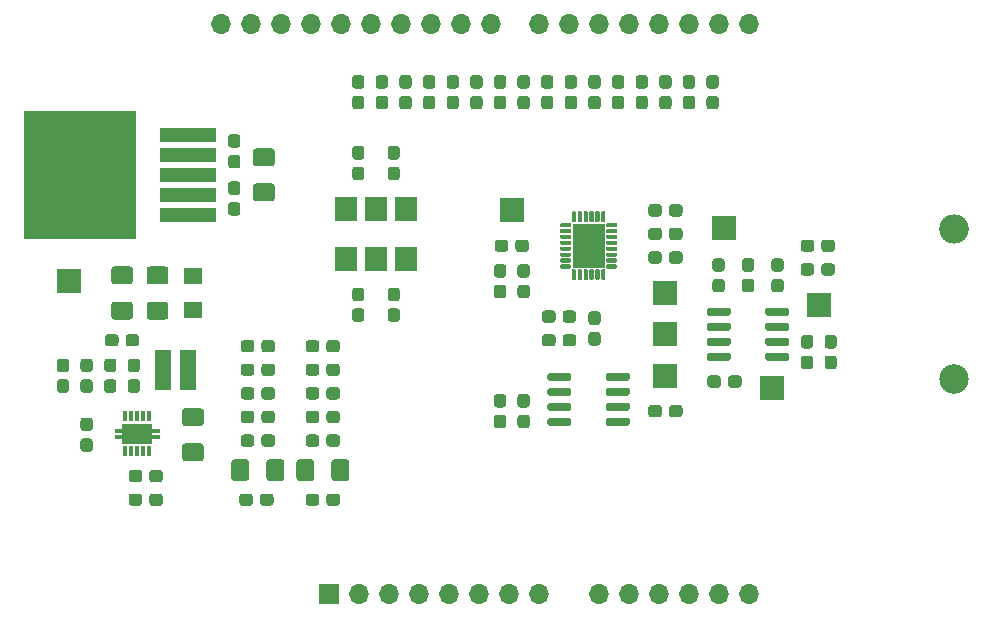
<source format=gbr>
%TF.GenerationSoftware,KiCad,Pcbnew,(5.1.6)-1*%
%TF.CreationDate,2020-06-24T23:25:01+02:00*%
%TF.ProjectId,phtodiode_adc,7068746f-6469-46f6-9465-5f6164632e6b,rev?*%
%TF.SameCoordinates,Original*%
%TF.FileFunction,Soldermask,Top*%
%TF.FilePolarity,Negative*%
%FSLAX46Y46*%
G04 Gerber Fmt 4.6, Leading zero omitted, Abs format (unit mm)*
G04 Created by KiCad (PCBNEW (5.1.6)-1) date 2020-06-24 23:25:01*
%MOMM*%
%LPD*%
G01*
G04 APERTURE LIST*
%ADD10O,2.500000X2.500000*%
%ADD11C,2.500000*%
%ADD12O,1.700000X1.700000*%
%ADD13R,1.700000X1.700000*%
%ADD14R,1.500000X1.400000*%
%ADD15R,1.450000X3.500000*%
%ADD16R,2.100000X2.100000*%
%ADD17R,0.380000X0.950000*%
%ADD18R,2.500000X1.750000*%
%ADD19R,0.800000X0.380000*%
%ADD20R,4.700000X1.200000*%
%ADD21R,9.500000X10.900000*%
%ADD22R,2.750000X3.750000*%
%ADD23R,1.900000X2.100000*%
G04 APERTURE END LIST*
D10*
%TO.C,D2*%
X193900000Y-90600000D03*
D11*
X193900000Y-103300000D03*
%TD*%
D12*
%TO.C,A1*%
X131860000Y-73240000D03*
X134400000Y-73240000D03*
D13*
X141000000Y-121500000D03*
D12*
X171480000Y-73240000D03*
X143540000Y-121500000D03*
X168940000Y-73240000D03*
X146080000Y-121500000D03*
X166400000Y-73240000D03*
X148620000Y-121500000D03*
X163860000Y-73240000D03*
X151160000Y-121500000D03*
X161320000Y-73240000D03*
X153700000Y-121500000D03*
X158780000Y-73240000D03*
X156240000Y-121500000D03*
X154720000Y-73240000D03*
X158780000Y-121500000D03*
X152180000Y-73240000D03*
X163860000Y-121500000D03*
X149640000Y-73240000D03*
X166400000Y-121500000D03*
X147100000Y-73240000D03*
X168940000Y-121500000D03*
X144560000Y-73240000D03*
X171480000Y-121500000D03*
X142020000Y-73240000D03*
X174020000Y-121500000D03*
X139480000Y-73240000D03*
X176560000Y-121500000D03*
X136940000Y-73240000D03*
X176560000Y-73240000D03*
X174020000Y-73240000D03*
%TD*%
%TO.C,C3*%
G36*
G01*
X135712500Y-111657456D02*
X135712500Y-110342544D01*
G75*
G02*
X135980044Y-110075000I267544J0D01*
G01*
X136969956Y-110075000D01*
G75*
G02*
X137237500Y-110342544I0J-267544D01*
G01*
X137237500Y-111657456D01*
G75*
G02*
X136969956Y-111925000I-267544J0D01*
G01*
X135980044Y-111925000D01*
G75*
G02*
X135712500Y-111657456I0J267544D01*
G01*
G37*
G36*
G01*
X132737500Y-111657456D02*
X132737500Y-110342544D01*
G75*
G02*
X133005044Y-110075000I267544J0D01*
G01*
X133994956Y-110075000D01*
G75*
G02*
X134262500Y-110342544I0J-267544D01*
G01*
X134262500Y-111657456D01*
G75*
G02*
X133994956Y-111925000I-267544J0D01*
G01*
X133005044Y-111925000D01*
G75*
G02*
X132737500Y-111657456I0J267544D01*
G01*
G37*
%TD*%
%TO.C,C1*%
G36*
G01*
X118762500Y-102700000D02*
X118237500Y-102700000D01*
G75*
G02*
X117975000Y-102437500I0J262500D01*
G01*
X117975000Y-101812500D01*
G75*
G02*
X118237500Y-101550000I262500J0D01*
G01*
X118762500Y-101550000D01*
G75*
G02*
X119025000Y-101812500I0J-262500D01*
G01*
X119025000Y-102437500D01*
G75*
G02*
X118762500Y-102700000I-262500J0D01*
G01*
G37*
G36*
G01*
X118762500Y-104450000D02*
X118237500Y-104450000D01*
G75*
G02*
X117975000Y-104187500I0J262500D01*
G01*
X117975000Y-103562500D01*
G75*
G02*
X118237500Y-103300000I262500J0D01*
G01*
X118762500Y-103300000D01*
G75*
G02*
X119025000Y-103562500I0J-262500D01*
G01*
X119025000Y-104187500D01*
G75*
G02*
X118762500Y-104450000I-262500J0D01*
G01*
G37*
%TD*%
%TO.C,C2*%
G36*
G01*
X122762500Y-104450000D02*
X122237500Y-104450000D01*
G75*
G02*
X121975000Y-104187500I0J262500D01*
G01*
X121975000Y-103562500D01*
G75*
G02*
X122237500Y-103300000I262500J0D01*
G01*
X122762500Y-103300000D01*
G75*
G02*
X123025000Y-103562500I0J-262500D01*
G01*
X123025000Y-104187500D01*
G75*
G02*
X122762500Y-104450000I-262500J0D01*
G01*
G37*
G36*
G01*
X122762500Y-102700000D02*
X122237500Y-102700000D01*
G75*
G02*
X121975000Y-102437500I0J262500D01*
G01*
X121975000Y-101812500D01*
G75*
G02*
X122237500Y-101550000I262500J0D01*
G01*
X122762500Y-101550000D01*
G75*
G02*
X123025000Y-101812500I0J-262500D01*
G01*
X123025000Y-102437500D01*
G75*
G02*
X122762500Y-102700000I-262500J0D01*
G01*
G37*
%TD*%
%TO.C,C4*%
G36*
G01*
X133550000Y-108762500D02*
X133550000Y-108237500D01*
G75*
G02*
X133812500Y-107975000I262500J0D01*
G01*
X134437500Y-107975000D01*
G75*
G02*
X134700000Y-108237500I0J-262500D01*
G01*
X134700000Y-108762500D01*
G75*
G02*
X134437500Y-109025000I-262500J0D01*
G01*
X133812500Y-109025000D01*
G75*
G02*
X133550000Y-108762500I0J262500D01*
G01*
G37*
G36*
G01*
X135300000Y-108762500D02*
X135300000Y-108237500D01*
G75*
G02*
X135562500Y-107975000I262500J0D01*
G01*
X136187500Y-107975000D01*
G75*
G02*
X136450000Y-108237500I0J-262500D01*
G01*
X136450000Y-108762500D01*
G75*
G02*
X136187500Y-109025000I-262500J0D01*
G01*
X135562500Y-109025000D01*
G75*
G02*
X135300000Y-108762500I0J262500D01*
G01*
G37*
%TD*%
%TO.C,C5*%
G36*
G01*
X135300000Y-106762500D02*
X135300000Y-106237500D01*
G75*
G02*
X135562500Y-105975000I262500J0D01*
G01*
X136187500Y-105975000D01*
G75*
G02*
X136450000Y-106237500I0J-262500D01*
G01*
X136450000Y-106762500D01*
G75*
G02*
X136187500Y-107025000I-262500J0D01*
G01*
X135562500Y-107025000D01*
G75*
G02*
X135300000Y-106762500I0J262500D01*
G01*
G37*
G36*
G01*
X133550000Y-106762500D02*
X133550000Y-106237500D01*
G75*
G02*
X133812500Y-105975000I262500J0D01*
G01*
X134437500Y-105975000D01*
G75*
G02*
X134700000Y-106237500I0J-262500D01*
G01*
X134700000Y-106762500D01*
G75*
G02*
X134437500Y-107025000I-262500J0D01*
G01*
X133812500Y-107025000D01*
G75*
G02*
X133550000Y-106762500I0J262500D01*
G01*
G37*
%TD*%
%TO.C,C6*%
G36*
G01*
X136450000Y-102237500D02*
X136450000Y-102762500D01*
G75*
G02*
X136187500Y-103025000I-262500J0D01*
G01*
X135562500Y-103025000D01*
G75*
G02*
X135300000Y-102762500I0J262500D01*
G01*
X135300000Y-102237500D01*
G75*
G02*
X135562500Y-101975000I262500J0D01*
G01*
X136187500Y-101975000D01*
G75*
G02*
X136450000Y-102237500I0J-262500D01*
G01*
G37*
G36*
G01*
X134700000Y-102237500D02*
X134700000Y-102762500D01*
G75*
G02*
X134437500Y-103025000I-262500J0D01*
G01*
X133812500Y-103025000D01*
G75*
G02*
X133550000Y-102762500I0J262500D01*
G01*
X133550000Y-102237500D01*
G75*
G02*
X133812500Y-101975000I262500J0D01*
G01*
X134437500Y-101975000D01*
G75*
G02*
X134700000Y-102237500I0J-262500D01*
G01*
G37*
%TD*%
%TO.C,C7*%
G36*
G01*
X134700000Y-100237500D02*
X134700000Y-100762500D01*
G75*
G02*
X134437500Y-101025000I-262500J0D01*
G01*
X133812500Y-101025000D01*
G75*
G02*
X133550000Y-100762500I0J262500D01*
G01*
X133550000Y-100237500D01*
G75*
G02*
X133812500Y-99975000I262500J0D01*
G01*
X134437500Y-99975000D01*
G75*
G02*
X134700000Y-100237500I0J-262500D01*
G01*
G37*
G36*
G01*
X136450000Y-100237500D02*
X136450000Y-100762500D01*
G75*
G02*
X136187500Y-101025000I-262500J0D01*
G01*
X135562500Y-101025000D01*
G75*
G02*
X135300000Y-100762500I0J262500D01*
G01*
X135300000Y-100237500D01*
G75*
G02*
X135562500Y-99975000I262500J0D01*
G01*
X136187500Y-99975000D01*
G75*
G02*
X136450000Y-100237500I0J-262500D01*
G01*
G37*
%TD*%
%TO.C,C8*%
G36*
G01*
X128842544Y-108725000D02*
X130157456Y-108725000D01*
G75*
G02*
X130425000Y-108992544I0J-267544D01*
G01*
X130425000Y-109982456D01*
G75*
G02*
X130157456Y-110250000I-267544J0D01*
G01*
X128842544Y-110250000D01*
G75*
G02*
X128575000Y-109982456I0J267544D01*
G01*
X128575000Y-108992544D01*
G75*
G02*
X128842544Y-108725000I267544J0D01*
G01*
G37*
G36*
G01*
X128842544Y-105750000D02*
X130157456Y-105750000D01*
G75*
G02*
X130425000Y-106017544I0J-267544D01*
G01*
X130425000Y-107007456D01*
G75*
G02*
X130157456Y-107275000I-267544J0D01*
G01*
X128842544Y-107275000D01*
G75*
G02*
X128575000Y-107007456I0J267544D01*
G01*
X128575000Y-106017544D01*
G75*
G02*
X128842544Y-105750000I267544J0D01*
G01*
G37*
%TD*%
%TO.C,C9*%
G36*
G01*
X126950000Y-113237500D02*
X126950000Y-113762500D01*
G75*
G02*
X126687500Y-114025000I-262500J0D01*
G01*
X126062500Y-114025000D01*
G75*
G02*
X125800000Y-113762500I0J262500D01*
G01*
X125800000Y-113237500D01*
G75*
G02*
X126062500Y-112975000I262500J0D01*
G01*
X126687500Y-112975000D01*
G75*
G02*
X126950000Y-113237500I0J-262500D01*
G01*
G37*
G36*
G01*
X125200000Y-113237500D02*
X125200000Y-113762500D01*
G75*
G02*
X124937500Y-114025000I-262500J0D01*
G01*
X124312500Y-114025000D01*
G75*
G02*
X124050000Y-113762500I0J262500D01*
G01*
X124050000Y-113237500D01*
G75*
G02*
X124312500Y-112975000I262500J0D01*
G01*
X124937500Y-112975000D01*
G75*
G02*
X125200000Y-113237500I0J-262500D01*
G01*
G37*
%TD*%
%TO.C,C10*%
G36*
G01*
X120237500Y-106550000D02*
X120762500Y-106550000D01*
G75*
G02*
X121025000Y-106812500I0J-262500D01*
G01*
X121025000Y-107437500D01*
G75*
G02*
X120762500Y-107700000I-262500J0D01*
G01*
X120237500Y-107700000D01*
G75*
G02*
X119975000Y-107437500I0J262500D01*
G01*
X119975000Y-106812500D01*
G75*
G02*
X120237500Y-106550000I262500J0D01*
G01*
G37*
G36*
G01*
X120237500Y-108300000D02*
X120762500Y-108300000D01*
G75*
G02*
X121025000Y-108562500I0J-262500D01*
G01*
X121025000Y-109187500D01*
G75*
G02*
X120762500Y-109450000I-262500J0D01*
G01*
X120237500Y-109450000D01*
G75*
G02*
X119975000Y-109187500I0J262500D01*
G01*
X119975000Y-108562500D01*
G75*
G02*
X120237500Y-108300000I262500J0D01*
G01*
G37*
%TD*%
%TO.C,C11*%
G36*
G01*
X127157456Y-98250000D02*
X125842544Y-98250000D01*
G75*
G02*
X125575000Y-97982456I0J267544D01*
G01*
X125575000Y-96992544D01*
G75*
G02*
X125842544Y-96725000I267544J0D01*
G01*
X127157456Y-96725000D01*
G75*
G02*
X127425000Y-96992544I0J-267544D01*
G01*
X127425000Y-97982456D01*
G75*
G02*
X127157456Y-98250000I-267544J0D01*
G01*
G37*
G36*
G01*
X127157456Y-95275000D02*
X125842544Y-95275000D01*
G75*
G02*
X125575000Y-95007456I0J267544D01*
G01*
X125575000Y-94017544D01*
G75*
G02*
X125842544Y-93750000I267544J0D01*
G01*
X127157456Y-93750000D01*
G75*
G02*
X127425000Y-94017544I0J-267544D01*
G01*
X127425000Y-95007456D01*
G75*
G02*
X127157456Y-95275000I-267544J0D01*
G01*
G37*
%TD*%
%TO.C,C12*%
G36*
G01*
X124157456Y-98250000D02*
X122842544Y-98250000D01*
G75*
G02*
X122575000Y-97982456I0J267544D01*
G01*
X122575000Y-96992544D01*
G75*
G02*
X122842544Y-96725000I267544J0D01*
G01*
X124157456Y-96725000D01*
G75*
G02*
X124425000Y-96992544I0J-267544D01*
G01*
X124425000Y-97982456D01*
G75*
G02*
X124157456Y-98250000I-267544J0D01*
G01*
G37*
G36*
G01*
X124157456Y-95275000D02*
X122842544Y-95275000D01*
G75*
G02*
X122575000Y-95007456I0J267544D01*
G01*
X122575000Y-94017544D01*
G75*
G02*
X122842544Y-93750000I267544J0D01*
G01*
X124157456Y-93750000D01*
G75*
G02*
X124425000Y-94017544I0J-267544D01*
G01*
X124425000Y-95007456D01*
G75*
G02*
X124157456Y-95275000I-267544J0D01*
G01*
G37*
%TD*%
%TO.C,C13*%
G36*
G01*
X136157456Y-88250000D02*
X134842544Y-88250000D01*
G75*
G02*
X134575000Y-87982456I0J267544D01*
G01*
X134575000Y-86992544D01*
G75*
G02*
X134842544Y-86725000I267544J0D01*
G01*
X136157456Y-86725000D01*
G75*
G02*
X136425000Y-86992544I0J-267544D01*
G01*
X136425000Y-87982456D01*
G75*
G02*
X136157456Y-88250000I-267544J0D01*
G01*
G37*
G36*
G01*
X136157456Y-85275000D02*
X134842544Y-85275000D01*
G75*
G02*
X134575000Y-85007456I0J267544D01*
G01*
X134575000Y-84017544D01*
G75*
G02*
X134842544Y-83750000I267544J0D01*
G01*
X136157456Y-83750000D01*
G75*
G02*
X136425000Y-84017544I0J-267544D01*
G01*
X136425000Y-85007456D01*
G75*
G02*
X136157456Y-85275000I-267544J0D01*
G01*
G37*
%TD*%
%TO.C,C14*%
G36*
G01*
X141225000Y-111657456D02*
X141225000Y-110342544D01*
G75*
G02*
X141492544Y-110075000I267544J0D01*
G01*
X142482456Y-110075000D01*
G75*
G02*
X142750000Y-110342544I0J-267544D01*
G01*
X142750000Y-111657456D01*
G75*
G02*
X142482456Y-111925000I-267544J0D01*
G01*
X141492544Y-111925000D01*
G75*
G02*
X141225000Y-111657456I0J267544D01*
G01*
G37*
G36*
G01*
X138250000Y-111657456D02*
X138250000Y-110342544D01*
G75*
G02*
X138517544Y-110075000I267544J0D01*
G01*
X139507456Y-110075000D01*
G75*
G02*
X139775000Y-110342544I0J-267544D01*
G01*
X139775000Y-111657456D01*
G75*
G02*
X139507456Y-111925000I-267544J0D01*
G01*
X138517544Y-111925000D01*
G75*
G02*
X138250000Y-111657456I0J267544D01*
G01*
G37*
%TD*%
%TO.C,C15*%
G36*
G01*
X140800000Y-108762500D02*
X140800000Y-108237500D01*
G75*
G02*
X141062500Y-107975000I262500J0D01*
G01*
X141687500Y-107975000D01*
G75*
G02*
X141950000Y-108237500I0J-262500D01*
G01*
X141950000Y-108762500D01*
G75*
G02*
X141687500Y-109025000I-262500J0D01*
G01*
X141062500Y-109025000D01*
G75*
G02*
X140800000Y-108762500I0J262500D01*
G01*
G37*
G36*
G01*
X139050000Y-108762500D02*
X139050000Y-108237500D01*
G75*
G02*
X139312500Y-107975000I262500J0D01*
G01*
X139937500Y-107975000D01*
G75*
G02*
X140200000Y-108237500I0J-262500D01*
G01*
X140200000Y-108762500D01*
G75*
G02*
X139937500Y-109025000I-262500J0D01*
G01*
X139312500Y-109025000D01*
G75*
G02*
X139050000Y-108762500I0J262500D01*
G01*
G37*
%TD*%
%TO.C,C16*%
G36*
G01*
X139050000Y-106762500D02*
X139050000Y-106237500D01*
G75*
G02*
X139312500Y-105975000I262500J0D01*
G01*
X139937500Y-105975000D01*
G75*
G02*
X140200000Y-106237500I0J-262500D01*
G01*
X140200000Y-106762500D01*
G75*
G02*
X139937500Y-107025000I-262500J0D01*
G01*
X139312500Y-107025000D01*
G75*
G02*
X139050000Y-106762500I0J262500D01*
G01*
G37*
G36*
G01*
X140800000Y-106762500D02*
X140800000Y-106237500D01*
G75*
G02*
X141062500Y-105975000I262500J0D01*
G01*
X141687500Y-105975000D01*
G75*
G02*
X141950000Y-106237500I0J-262500D01*
G01*
X141950000Y-106762500D01*
G75*
G02*
X141687500Y-107025000I-262500J0D01*
G01*
X141062500Y-107025000D01*
G75*
G02*
X140800000Y-106762500I0J262500D01*
G01*
G37*
%TD*%
%TO.C,C17*%
G36*
G01*
X141950000Y-102237500D02*
X141950000Y-102762500D01*
G75*
G02*
X141687500Y-103025000I-262500J0D01*
G01*
X141062500Y-103025000D01*
G75*
G02*
X140800000Y-102762500I0J262500D01*
G01*
X140800000Y-102237500D01*
G75*
G02*
X141062500Y-101975000I262500J0D01*
G01*
X141687500Y-101975000D01*
G75*
G02*
X141950000Y-102237500I0J-262500D01*
G01*
G37*
G36*
G01*
X140200000Y-102237500D02*
X140200000Y-102762500D01*
G75*
G02*
X139937500Y-103025000I-262500J0D01*
G01*
X139312500Y-103025000D01*
G75*
G02*
X139050000Y-102762500I0J262500D01*
G01*
X139050000Y-102237500D01*
G75*
G02*
X139312500Y-101975000I262500J0D01*
G01*
X139937500Y-101975000D01*
G75*
G02*
X140200000Y-102237500I0J-262500D01*
G01*
G37*
%TD*%
%TO.C,C18*%
G36*
G01*
X140200000Y-100237500D02*
X140200000Y-100762500D01*
G75*
G02*
X139937500Y-101025000I-262500J0D01*
G01*
X139312500Y-101025000D01*
G75*
G02*
X139050000Y-100762500I0J262500D01*
G01*
X139050000Y-100237500D01*
G75*
G02*
X139312500Y-99975000I262500J0D01*
G01*
X139937500Y-99975000D01*
G75*
G02*
X140200000Y-100237500I0J-262500D01*
G01*
G37*
G36*
G01*
X141950000Y-100237500D02*
X141950000Y-100762500D01*
G75*
G02*
X141687500Y-101025000I-262500J0D01*
G01*
X141062500Y-101025000D01*
G75*
G02*
X140800000Y-100762500I0J262500D01*
G01*
X140800000Y-100237500D01*
G75*
G02*
X141062500Y-99975000I262500J0D01*
G01*
X141687500Y-99975000D01*
G75*
G02*
X141950000Y-100237500I0J-262500D01*
G01*
G37*
%TD*%
%TO.C,C19*%
G36*
G01*
X173237500Y-79300000D02*
X173762500Y-79300000D01*
G75*
G02*
X174025000Y-79562500I0J-262500D01*
G01*
X174025000Y-80187500D01*
G75*
G02*
X173762500Y-80450000I-262500J0D01*
G01*
X173237500Y-80450000D01*
G75*
G02*
X172975000Y-80187500I0J262500D01*
G01*
X172975000Y-79562500D01*
G75*
G02*
X173237500Y-79300000I262500J0D01*
G01*
G37*
G36*
G01*
X173237500Y-77550000D02*
X173762500Y-77550000D01*
G75*
G02*
X174025000Y-77812500I0J-262500D01*
G01*
X174025000Y-78437500D01*
G75*
G02*
X173762500Y-78700000I-262500J0D01*
G01*
X173237500Y-78700000D01*
G75*
G02*
X172975000Y-78437500I0J262500D01*
G01*
X172975000Y-77812500D01*
G75*
G02*
X173237500Y-77550000I262500J0D01*
G01*
G37*
%TD*%
%TO.C,C20*%
G36*
G01*
X181762500Y-102450000D02*
X181237500Y-102450000D01*
G75*
G02*
X180975000Y-102187500I0J262500D01*
G01*
X180975000Y-101562500D01*
G75*
G02*
X181237500Y-101300000I262500J0D01*
G01*
X181762500Y-101300000D01*
G75*
G02*
X182025000Y-101562500I0J-262500D01*
G01*
X182025000Y-102187500D01*
G75*
G02*
X181762500Y-102450000I-262500J0D01*
G01*
G37*
G36*
G01*
X181762500Y-100700000D02*
X181237500Y-100700000D01*
G75*
G02*
X180975000Y-100437500I0J262500D01*
G01*
X180975000Y-99812500D01*
G75*
G02*
X181237500Y-99550000I262500J0D01*
G01*
X181762500Y-99550000D01*
G75*
G02*
X182025000Y-99812500I0J-262500D01*
G01*
X182025000Y-100437500D01*
G75*
G02*
X181762500Y-100700000I-262500J0D01*
G01*
G37*
%TD*%
%TO.C,C21*%
G36*
G01*
X163237500Y-99300000D02*
X163762500Y-99300000D01*
G75*
G02*
X164025000Y-99562500I0J-262500D01*
G01*
X164025000Y-100187500D01*
G75*
G02*
X163762500Y-100450000I-262500J0D01*
G01*
X163237500Y-100450000D01*
G75*
G02*
X162975000Y-100187500I0J262500D01*
G01*
X162975000Y-99562500D01*
G75*
G02*
X163237500Y-99300000I262500J0D01*
G01*
G37*
G36*
G01*
X163237500Y-97550000D02*
X163762500Y-97550000D01*
G75*
G02*
X164025000Y-97812500I0J-262500D01*
G01*
X164025000Y-98437500D01*
G75*
G02*
X163762500Y-98700000I-262500J0D01*
G01*
X163237500Y-98700000D01*
G75*
G02*
X162975000Y-98437500I0J262500D01*
G01*
X162975000Y-97812500D01*
G75*
G02*
X163237500Y-97550000I262500J0D01*
G01*
G37*
%TD*%
%TO.C,C22*%
G36*
G01*
X160200000Y-99737500D02*
X160200000Y-100262500D01*
G75*
G02*
X159937500Y-100525000I-262500J0D01*
G01*
X159312500Y-100525000D01*
G75*
G02*
X159050000Y-100262500I0J262500D01*
G01*
X159050000Y-99737500D01*
G75*
G02*
X159312500Y-99475000I262500J0D01*
G01*
X159937500Y-99475000D01*
G75*
G02*
X160200000Y-99737500I0J-262500D01*
G01*
G37*
G36*
G01*
X161950000Y-99737500D02*
X161950000Y-100262500D01*
G75*
G02*
X161687500Y-100525000I-262500J0D01*
G01*
X161062500Y-100525000D01*
G75*
G02*
X160800000Y-100262500I0J262500D01*
G01*
X160800000Y-99737500D01*
G75*
G02*
X161062500Y-99475000I262500J0D01*
G01*
X161687500Y-99475000D01*
G75*
G02*
X161950000Y-99737500I0J-262500D01*
G01*
G37*
%TD*%
%TO.C,C23*%
G36*
G01*
X161950000Y-97737500D02*
X161950000Y-98262500D01*
G75*
G02*
X161687500Y-98525000I-262500J0D01*
G01*
X161062500Y-98525000D01*
G75*
G02*
X160800000Y-98262500I0J262500D01*
G01*
X160800000Y-97737500D01*
G75*
G02*
X161062500Y-97475000I262500J0D01*
G01*
X161687500Y-97475000D01*
G75*
G02*
X161950000Y-97737500I0J-262500D01*
G01*
G37*
G36*
G01*
X160200000Y-97737500D02*
X160200000Y-98262500D01*
G75*
G02*
X159937500Y-98525000I-262500J0D01*
G01*
X159312500Y-98525000D01*
G75*
G02*
X159050000Y-98262500I0J262500D01*
G01*
X159050000Y-97737500D01*
G75*
G02*
X159312500Y-97475000I262500J0D01*
G01*
X159937500Y-97475000D01*
G75*
G02*
X160200000Y-97737500I0J-262500D01*
G01*
G37*
%TD*%
%TO.C,C24*%
G36*
G01*
X155237500Y-95300000D02*
X155762500Y-95300000D01*
G75*
G02*
X156025000Y-95562500I0J-262500D01*
G01*
X156025000Y-96187500D01*
G75*
G02*
X155762500Y-96450000I-262500J0D01*
G01*
X155237500Y-96450000D01*
G75*
G02*
X154975000Y-96187500I0J262500D01*
G01*
X154975000Y-95562500D01*
G75*
G02*
X155237500Y-95300000I262500J0D01*
G01*
G37*
G36*
G01*
X155237500Y-93550000D02*
X155762500Y-93550000D01*
G75*
G02*
X156025000Y-93812500I0J-262500D01*
G01*
X156025000Y-94437500D01*
G75*
G02*
X155762500Y-94700000I-262500J0D01*
G01*
X155237500Y-94700000D01*
G75*
G02*
X154975000Y-94437500I0J262500D01*
G01*
X154975000Y-93812500D01*
G75*
G02*
X155237500Y-93550000I262500J0D01*
G01*
G37*
%TD*%
%TO.C,C25*%
G36*
G01*
X157237500Y-93550000D02*
X157762500Y-93550000D01*
G75*
G02*
X158025000Y-93812500I0J-262500D01*
G01*
X158025000Y-94437500D01*
G75*
G02*
X157762500Y-94700000I-262500J0D01*
G01*
X157237500Y-94700000D01*
G75*
G02*
X156975000Y-94437500I0J262500D01*
G01*
X156975000Y-93812500D01*
G75*
G02*
X157237500Y-93550000I262500J0D01*
G01*
G37*
G36*
G01*
X157237500Y-95300000D02*
X157762500Y-95300000D01*
G75*
G02*
X158025000Y-95562500I0J-262500D01*
G01*
X158025000Y-96187500D01*
G75*
G02*
X157762500Y-96450000I-262500J0D01*
G01*
X157237500Y-96450000D01*
G75*
G02*
X156975000Y-96187500I0J262500D01*
G01*
X156975000Y-95562500D01*
G75*
G02*
X157237500Y-95300000I262500J0D01*
G01*
G37*
%TD*%
%TO.C,C26*%
G36*
G01*
X156200000Y-91737500D02*
X156200000Y-92262500D01*
G75*
G02*
X155937500Y-92525000I-262500J0D01*
G01*
X155312500Y-92525000D01*
G75*
G02*
X155050000Y-92262500I0J262500D01*
G01*
X155050000Y-91737500D01*
G75*
G02*
X155312500Y-91475000I262500J0D01*
G01*
X155937500Y-91475000D01*
G75*
G02*
X156200000Y-91737500I0J-262500D01*
G01*
G37*
G36*
G01*
X157950000Y-91737500D02*
X157950000Y-92262500D01*
G75*
G02*
X157687500Y-92525000I-262500J0D01*
G01*
X157062500Y-92525000D01*
G75*
G02*
X156800000Y-92262500I0J262500D01*
G01*
X156800000Y-91737500D01*
G75*
G02*
X157062500Y-91475000I262500J0D01*
G01*
X157687500Y-91475000D01*
G75*
G02*
X157950000Y-91737500I0J-262500D01*
G01*
G37*
%TD*%
%TO.C,C27*%
G36*
G01*
X169800000Y-89262500D02*
X169800000Y-88737500D01*
G75*
G02*
X170062500Y-88475000I262500J0D01*
G01*
X170687500Y-88475000D01*
G75*
G02*
X170950000Y-88737500I0J-262500D01*
G01*
X170950000Y-89262500D01*
G75*
G02*
X170687500Y-89525000I-262500J0D01*
G01*
X170062500Y-89525000D01*
G75*
G02*
X169800000Y-89262500I0J262500D01*
G01*
G37*
G36*
G01*
X168050000Y-89262500D02*
X168050000Y-88737500D01*
G75*
G02*
X168312500Y-88475000I262500J0D01*
G01*
X168937500Y-88475000D01*
G75*
G02*
X169200000Y-88737500I0J-262500D01*
G01*
X169200000Y-89262500D01*
G75*
G02*
X168937500Y-89525000I-262500J0D01*
G01*
X168312500Y-89525000D01*
G75*
G02*
X168050000Y-89262500I0J262500D01*
G01*
G37*
%TD*%
%TO.C,C28*%
G36*
G01*
X168050000Y-91262500D02*
X168050000Y-90737500D01*
G75*
G02*
X168312500Y-90475000I262500J0D01*
G01*
X168937500Y-90475000D01*
G75*
G02*
X169200000Y-90737500I0J-262500D01*
G01*
X169200000Y-91262500D01*
G75*
G02*
X168937500Y-91525000I-262500J0D01*
G01*
X168312500Y-91525000D01*
G75*
G02*
X168050000Y-91262500I0J262500D01*
G01*
G37*
G36*
G01*
X169800000Y-91262500D02*
X169800000Y-90737500D01*
G75*
G02*
X170062500Y-90475000I262500J0D01*
G01*
X170687500Y-90475000D01*
G75*
G02*
X170950000Y-90737500I0J-262500D01*
G01*
X170950000Y-91262500D01*
G75*
G02*
X170687500Y-91525000I-262500J0D01*
G01*
X170062500Y-91525000D01*
G75*
G02*
X169800000Y-91262500I0J262500D01*
G01*
G37*
%TD*%
%TO.C,C29*%
G36*
G01*
X179262500Y-94200000D02*
X178737500Y-94200000D01*
G75*
G02*
X178475000Y-93937500I0J262500D01*
G01*
X178475000Y-93312500D01*
G75*
G02*
X178737500Y-93050000I262500J0D01*
G01*
X179262500Y-93050000D01*
G75*
G02*
X179525000Y-93312500I0J-262500D01*
G01*
X179525000Y-93937500D01*
G75*
G02*
X179262500Y-94200000I-262500J0D01*
G01*
G37*
G36*
G01*
X179262500Y-95950000D02*
X178737500Y-95950000D01*
G75*
G02*
X178475000Y-95687500I0J262500D01*
G01*
X178475000Y-95062500D01*
G75*
G02*
X178737500Y-94800000I262500J0D01*
G01*
X179262500Y-94800000D01*
G75*
G02*
X179525000Y-95062500I0J-262500D01*
G01*
X179525000Y-95687500D01*
G75*
G02*
X179262500Y-95950000I-262500J0D01*
G01*
G37*
%TD*%
%TO.C,C30*%
G36*
G01*
X173050000Y-103762500D02*
X173050000Y-103237500D01*
G75*
G02*
X173312500Y-102975000I262500J0D01*
G01*
X173937500Y-102975000D01*
G75*
G02*
X174200000Y-103237500I0J-262500D01*
G01*
X174200000Y-103762500D01*
G75*
G02*
X173937500Y-104025000I-262500J0D01*
G01*
X173312500Y-104025000D01*
G75*
G02*
X173050000Y-103762500I0J262500D01*
G01*
G37*
G36*
G01*
X174800000Y-103762500D02*
X174800000Y-103237500D01*
G75*
G02*
X175062500Y-102975000I262500J0D01*
G01*
X175687500Y-102975000D01*
G75*
G02*
X175950000Y-103237500I0J-262500D01*
G01*
X175950000Y-103762500D01*
G75*
G02*
X175687500Y-104025000I-262500J0D01*
G01*
X175062500Y-104025000D01*
G75*
G02*
X174800000Y-103762500I0J262500D01*
G01*
G37*
%TD*%
%TO.C,C31*%
G36*
G01*
X170950000Y-92737500D02*
X170950000Y-93262500D01*
G75*
G02*
X170687500Y-93525000I-262500J0D01*
G01*
X170062500Y-93525000D01*
G75*
G02*
X169800000Y-93262500I0J262500D01*
G01*
X169800000Y-92737500D01*
G75*
G02*
X170062500Y-92475000I262500J0D01*
G01*
X170687500Y-92475000D01*
G75*
G02*
X170950000Y-92737500I0J-262500D01*
G01*
G37*
G36*
G01*
X169200000Y-92737500D02*
X169200000Y-93262500D01*
G75*
G02*
X168937500Y-93525000I-262500J0D01*
G01*
X168312500Y-93525000D01*
G75*
G02*
X168050000Y-93262500I0J262500D01*
G01*
X168050000Y-92737500D01*
G75*
G02*
X168312500Y-92475000I262500J0D01*
G01*
X168937500Y-92475000D01*
G75*
G02*
X169200000Y-92737500I0J-262500D01*
G01*
G37*
%TD*%
%TO.C,C32*%
G36*
G01*
X143762500Y-84700000D02*
X143237500Y-84700000D01*
G75*
G02*
X142975000Y-84437500I0J262500D01*
G01*
X142975000Y-83812500D01*
G75*
G02*
X143237500Y-83550000I262500J0D01*
G01*
X143762500Y-83550000D01*
G75*
G02*
X144025000Y-83812500I0J-262500D01*
G01*
X144025000Y-84437500D01*
G75*
G02*
X143762500Y-84700000I-262500J0D01*
G01*
G37*
G36*
G01*
X143762500Y-86450000D02*
X143237500Y-86450000D01*
G75*
G02*
X142975000Y-86187500I0J262500D01*
G01*
X142975000Y-85562500D01*
G75*
G02*
X143237500Y-85300000I262500J0D01*
G01*
X143762500Y-85300000D01*
G75*
G02*
X144025000Y-85562500I0J-262500D01*
G01*
X144025000Y-86187500D01*
G75*
G02*
X143762500Y-86450000I-262500J0D01*
G01*
G37*
%TD*%
%TO.C,C33*%
G36*
G01*
X155237500Y-104550000D02*
X155762500Y-104550000D01*
G75*
G02*
X156025000Y-104812500I0J-262500D01*
G01*
X156025000Y-105437500D01*
G75*
G02*
X155762500Y-105700000I-262500J0D01*
G01*
X155237500Y-105700000D01*
G75*
G02*
X154975000Y-105437500I0J262500D01*
G01*
X154975000Y-104812500D01*
G75*
G02*
X155237500Y-104550000I262500J0D01*
G01*
G37*
G36*
G01*
X155237500Y-106300000D02*
X155762500Y-106300000D01*
G75*
G02*
X156025000Y-106562500I0J-262500D01*
G01*
X156025000Y-107187500D01*
G75*
G02*
X155762500Y-107450000I-262500J0D01*
G01*
X155237500Y-107450000D01*
G75*
G02*
X154975000Y-107187500I0J262500D01*
G01*
X154975000Y-106562500D01*
G75*
G02*
X155237500Y-106300000I262500J0D01*
G01*
G37*
%TD*%
%TO.C,C34*%
G36*
G01*
X157237500Y-106300000D02*
X157762500Y-106300000D01*
G75*
G02*
X158025000Y-106562500I0J-262500D01*
G01*
X158025000Y-107187500D01*
G75*
G02*
X157762500Y-107450000I-262500J0D01*
G01*
X157237500Y-107450000D01*
G75*
G02*
X156975000Y-107187500I0J262500D01*
G01*
X156975000Y-106562500D01*
G75*
G02*
X157237500Y-106300000I262500J0D01*
G01*
G37*
G36*
G01*
X157237500Y-104550000D02*
X157762500Y-104550000D01*
G75*
G02*
X158025000Y-104812500I0J-262500D01*
G01*
X158025000Y-105437500D01*
G75*
G02*
X157762500Y-105700000I-262500J0D01*
G01*
X157237500Y-105700000D01*
G75*
G02*
X156975000Y-105437500I0J262500D01*
G01*
X156975000Y-104812500D01*
G75*
G02*
X157237500Y-104550000I262500J0D01*
G01*
G37*
%TD*%
%TO.C,C35*%
G36*
G01*
X168050000Y-106262500D02*
X168050000Y-105737500D01*
G75*
G02*
X168312500Y-105475000I262500J0D01*
G01*
X168937500Y-105475000D01*
G75*
G02*
X169200000Y-105737500I0J-262500D01*
G01*
X169200000Y-106262500D01*
G75*
G02*
X168937500Y-106525000I-262500J0D01*
G01*
X168312500Y-106525000D01*
G75*
G02*
X168050000Y-106262500I0J262500D01*
G01*
G37*
G36*
G01*
X169800000Y-106262500D02*
X169800000Y-105737500D01*
G75*
G02*
X170062500Y-105475000I262500J0D01*
G01*
X170687500Y-105475000D01*
G75*
G02*
X170950000Y-105737500I0J-262500D01*
G01*
X170950000Y-106262500D01*
G75*
G02*
X170687500Y-106525000I-262500J0D01*
G01*
X170062500Y-106525000D01*
G75*
G02*
X169800000Y-106262500I0J262500D01*
G01*
G37*
%TD*%
D14*
%TO.C,D1*%
X129500000Y-97450000D03*
X129500000Y-94550000D03*
%TD*%
%TO.C,FB1*%
G36*
G01*
X133425000Y-113762500D02*
X133425000Y-113237500D01*
G75*
G02*
X133687500Y-112975000I262500J0D01*
G01*
X134312500Y-112975000D01*
G75*
G02*
X134575000Y-113237500I0J-262500D01*
G01*
X134575000Y-113762500D01*
G75*
G02*
X134312500Y-114025000I-262500J0D01*
G01*
X133687500Y-114025000D01*
G75*
G02*
X133425000Y-113762500I0J262500D01*
G01*
G37*
G36*
G01*
X135175000Y-113762500D02*
X135175000Y-113237500D01*
G75*
G02*
X135437500Y-112975000I262500J0D01*
G01*
X136062500Y-112975000D01*
G75*
G02*
X136325000Y-113237500I0J-262500D01*
G01*
X136325000Y-113762500D01*
G75*
G02*
X136062500Y-114025000I-262500J0D01*
G01*
X135437500Y-114025000D01*
G75*
G02*
X135175000Y-113762500I0J262500D01*
G01*
G37*
%TD*%
%TO.C,FB2*%
G36*
G01*
X134700000Y-104237500D02*
X134700000Y-104762500D01*
G75*
G02*
X134437500Y-105025000I-262500J0D01*
G01*
X133812500Y-105025000D01*
G75*
G02*
X133550000Y-104762500I0J262500D01*
G01*
X133550000Y-104237500D01*
G75*
G02*
X133812500Y-103975000I262500J0D01*
G01*
X134437500Y-103975000D01*
G75*
G02*
X134700000Y-104237500I0J-262500D01*
G01*
G37*
G36*
G01*
X136450000Y-104237500D02*
X136450000Y-104762500D01*
G75*
G02*
X136187500Y-105025000I-262500J0D01*
G01*
X135562500Y-105025000D01*
G75*
G02*
X135300000Y-104762500I0J262500D01*
G01*
X135300000Y-104237500D01*
G75*
G02*
X135562500Y-103975000I262500J0D01*
G01*
X136187500Y-103975000D01*
G75*
G02*
X136450000Y-104237500I0J-262500D01*
G01*
G37*
%TD*%
%TO.C,FB3*%
G36*
G01*
X139050000Y-113762500D02*
X139050000Y-113237500D01*
G75*
G02*
X139312500Y-112975000I262500J0D01*
G01*
X139937500Y-112975000D01*
G75*
G02*
X140200000Y-113237500I0J-262500D01*
G01*
X140200000Y-113762500D01*
G75*
G02*
X139937500Y-114025000I-262500J0D01*
G01*
X139312500Y-114025000D01*
G75*
G02*
X139050000Y-113762500I0J262500D01*
G01*
G37*
G36*
G01*
X140800000Y-113762500D02*
X140800000Y-113237500D01*
G75*
G02*
X141062500Y-112975000I262500J0D01*
G01*
X141687500Y-112975000D01*
G75*
G02*
X141950000Y-113237500I0J-262500D01*
G01*
X141950000Y-113762500D01*
G75*
G02*
X141687500Y-114025000I-262500J0D01*
G01*
X141062500Y-114025000D01*
G75*
G02*
X140800000Y-113762500I0J262500D01*
G01*
G37*
%TD*%
%TO.C,FB4*%
G36*
G01*
X140200000Y-104237500D02*
X140200000Y-104762500D01*
G75*
G02*
X139937500Y-105025000I-262500J0D01*
G01*
X139312500Y-105025000D01*
G75*
G02*
X139050000Y-104762500I0J262500D01*
G01*
X139050000Y-104237500D01*
G75*
G02*
X139312500Y-103975000I262500J0D01*
G01*
X139937500Y-103975000D01*
G75*
G02*
X140200000Y-104237500I0J-262500D01*
G01*
G37*
G36*
G01*
X141950000Y-104237500D02*
X141950000Y-104762500D01*
G75*
G02*
X141687500Y-105025000I-262500J0D01*
G01*
X141062500Y-105025000D01*
G75*
G02*
X140800000Y-104762500I0J262500D01*
G01*
X140800000Y-104237500D01*
G75*
G02*
X141062500Y-103975000I262500J0D01*
G01*
X141687500Y-103975000D01*
G75*
G02*
X141950000Y-104237500I0J-262500D01*
G01*
G37*
%TD*%
D15*
%TO.C,L1*%
X129075000Y-102500000D03*
X126925000Y-102500000D03*
%TD*%
%TO.C,R1*%
G36*
G01*
X120237500Y-103300000D02*
X120762500Y-103300000D01*
G75*
G02*
X121025000Y-103562500I0J-262500D01*
G01*
X121025000Y-104187500D01*
G75*
G02*
X120762500Y-104450000I-262500J0D01*
G01*
X120237500Y-104450000D01*
G75*
G02*
X119975000Y-104187500I0J262500D01*
G01*
X119975000Y-103562500D01*
G75*
G02*
X120237500Y-103300000I262500J0D01*
G01*
G37*
G36*
G01*
X120237500Y-101550000D02*
X120762500Y-101550000D01*
G75*
G02*
X121025000Y-101812500I0J-262500D01*
G01*
X121025000Y-102437500D01*
G75*
G02*
X120762500Y-102700000I-262500J0D01*
G01*
X120237500Y-102700000D01*
G75*
G02*
X119975000Y-102437500I0J262500D01*
G01*
X119975000Y-101812500D01*
G75*
G02*
X120237500Y-101550000I262500J0D01*
G01*
G37*
%TD*%
%TO.C,R2*%
G36*
G01*
X125800000Y-111762500D02*
X125800000Y-111237500D01*
G75*
G02*
X126062500Y-110975000I262500J0D01*
G01*
X126687500Y-110975000D01*
G75*
G02*
X126950000Y-111237500I0J-262500D01*
G01*
X126950000Y-111762500D01*
G75*
G02*
X126687500Y-112025000I-262500J0D01*
G01*
X126062500Y-112025000D01*
G75*
G02*
X125800000Y-111762500I0J262500D01*
G01*
G37*
G36*
G01*
X124050000Y-111762500D02*
X124050000Y-111237500D01*
G75*
G02*
X124312500Y-110975000I262500J0D01*
G01*
X124937500Y-110975000D01*
G75*
G02*
X125200000Y-111237500I0J-262500D01*
G01*
X125200000Y-111762500D01*
G75*
G02*
X124937500Y-112025000I-262500J0D01*
G01*
X124312500Y-112025000D01*
G75*
G02*
X124050000Y-111762500I0J262500D01*
G01*
G37*
%TD*%
%TO.C,R3*%
G36*
G01*
X167237500Y-77550000D02*
X167762500Y-77550000D01*
G75*
G02*
X168025000Y-77812500I0J-262500D01*
G01*
X168025000Y-78437500D01*
G75*
G02*
X167762500Y-78700000I-262500J0D01*
G01*
X167237500Y-78700000D01*
G75*
G02*
X166975000Y-78437500I0J262500D01*
G01*
X166975000Y-77812500D01*
G75*
G02*
X167237500Y-77550000I262500J0D01*
G01*
G37*
G36*
G01*
X167237500Y-79300000D02*
X167762500Y-79300000D01*
G75*
G02*
X168025000Y-79562500I0J-262500D01*
G01*
X168025000Y-80187500D01*
G75*
G02*
X167762500Y-80450000I-262500J0D01*
G01*
X167237500Y-80450000D01*
G75*
G02*
X166975000Y-80187500I0J262500D01*
G01*
X166975000Y-79562500D01*
G75*
G02*
X167237500Y-79300000I262500J0D01*
G01*
G37*
%TD*%
%TO.C,R4*%
G36*
G01*
X161237500Y-79300000D02*
X161762500Y-79300000D01*
G75*
G02*
X162025000Y-79562500I0J-262500D01*
G01*
X162025000Y-80187500D01*
G75*
G02*
X161762500Y-80450000I-262500J0D01*
G01*
X161237500Y-80450000D01*
G75*
G02*
X160975000Y-80187500I0J262500D01*
G01*
X160975000Y-79562500D01*
G75*
G02*
X161237500Y-79300000I262500J0D01*
G01*
G37*
G36*
G01*
X161237500Y-77550000D02*
X161762500Y-77550000D01*
G75*
G02*
X162025000Y-77812500I0J-262500D01*
G01*
X162025000Y-78437500D01*
G75*
G02*
X161762500Y-78700000I-262500J0D01*
G01*
X161237500Y-78700000D01*
G75*
G02*
X160975000Y-78437500I0J262500D01*
G01*
X160975000Y-77812500D01*
G75*
G02*
X161237500Y-77550000I262500J0D01*
G01*
G37*
%TD*%
%TO.C,R5*%
G36*
G01*
X165237500Y-79300000D02*
X165762500Y-79300000D01*
G75*
G02*
X166025000Y-79562500I0J-262500D01*
G01*
X166025000Y-80187500D01*
G75*
G02*
X165762500Y-80450000I-262500J0D01*
G01*
X165237500Y-80450000D01*
G75*
G02*
X164975000Y-80187500I0J262500D01*
G01*
X164975000Y-79562500D01*
G75*
G02*
X165237500Y-79300000I262500J0D01*
G01*
G37*
G36*
G01*
X165237500Y-77550000D02*
X165762500Y-77550000D01*
G75*
G02*
X166025000Y-77812500I0J-262500D01*
G01*
X166025000Y-78437500D01*
G75*
G02*
X165762500Y-78700000I-262500J0D01*
G01*
X165237500Y-78700000D01*
G75*
G02*
X164975000Y-78437500I0J262500D01*
G01*
X164975000Y-77812500D01*
G75*
G02*
X165237500Y-77550000I262500J0D01*
G01*
G37*
%TD*%
%TO.C,R6*%
G36*
G01*
X159237500Y-77550000D02*
X159762500Y-77550000D01*
G75*
G02*
X160025000Y-77812500I0J-262500D01*
G01*
X160025000Y-78437500D01*
G75*
G02*
X159762500Y-78700000I-262500J0D01*
G01*
X159237500Y-78700000D01*
G75*
G02*
X158975000Y-78437500I0J262500D01*
G01*
X158975000Y-77812500D01*
G75*
G02*
X159237500Y-77550000I262500J0D01*
G01*
G37*
G36*
G01*
X159237500Y-79300000D02*
X159762500Y-79300000D01*
G75*
G02*
X160025000Y-79562500I0J-262500D01*
G01*
X160025000Y-80187500D01*
G75*
G02*
X159762500Y-80450000I-262500J0D01*
G01*
X159237500Y-80450000D01*
G75*
G02*
X158975000Y-80187500I0J262500D01*
G01*
X158975000Y-79562500D01*
G75*
G02*
X159237500Y-79300000I262500J0D01*
G01*
G37*
%TD*%
%TO.C,R7*%
G36*
G01*
X124950000Y-99737500D02*
X124950000Y-100262500D01*
G75*
G02*
X124687500Y-100525000I-262500J0D01*
G01*
X124062500Y-100525000D01*
G75*
G02*
X123800000Y-100262500I0J262500D01*
G01*
X123800000Y-99737500D01*
G75*
G02*
X124062500Y-99475000I262500J0D01*
G01*
X124687500Y-99475000D01*
G75*
G02*
X124950000Y-99737500I0J-262500D01*
G01*
G37*
G36*
G01*
X123200000Y-99737500D02*
X123200000Y-100262500D01*
G75*
G02*
X122937500Y-100525000I-262500J0D01*
G01*
X122312500Y-100525000D01*
G75*
G02*
X122050000Y-100262500I0J262500D01*
G01*
X122050000Y-99737500D01*
G75*
G02*
X122312500Y-99475000I262500J0D01*
G01*
X122937500Y-99475000D01*
G75*
G02*
X123200000Y-99737500I0J-262500D01*
G01*
G37*
%TD*%
%TO.C,R8*%
G36*
G01*
X124237500Y-103300000D02*
X124762500Y-103300000D01*
G75*
G02*
X125025000Y-103562500I0J-262500D01*
G01*
X125025000Y-104187500D01*
G75*
G02*
X124762500Y-104450000I-262500J0D01*
G01*
X124237500Y-104450000D01*
G75*
G02*
X123975000Y-104187500I0J262500D01*
G01*
X123975000Y-103562500D01*
G75*
G02*
X124237500Y-103300000I262500J0D01*
G01*
G37*
G36*
G01*
X124237500Y-101550000D02*
X124762500Y-101550000D01*
G75*
G02*
X125025000Y-101812500I0J-262500D01*
G01*
X125025000Y-102437500D01*
G75*
G02*
X124762500Y-102700000I-262500J0D01*
G01*
X124237500Y-102700000D01*
G75*
G02*
X123975000Y-102437500I0J262500D01*
G01*
X123975000Y-101812500D01*
G75*
G02*
X124237500Y-101550000I262500J0D01*
G01*
G37*
%TD*%
%TO.C,R9*%
G36*
G01*
X132737500Y-86550000D02*
X133262500Y-86550000D01*
G75*
G02*
X133525000Y-86812500I0J-262500D01*
G01*
X133525000Y-87437500D01*
G75*
G02*
X133262500Y-87700000I-262500J0D01*
G01*
X132737500Y-87700000D01*
G75*
G02*
X132475000Y-87437500I0J262500D01*
G01*
X132475000Y-86812500D01*
G75*
G02*
X132737500Y-86550000I262500J0D01*
G01*
G37*
G36*
G01*
X132737500Y-88300000D02*
X133262500Y-88300000D01*
G75*
G02*
X133525000Y-88562500I0J-262500D01*
G01*
X133525000Y-89187500D01*
G75*
G02*
X133262500Y-89450000I-262500J0D01*
G01*
X132737500Y-89450000D01*
G75*
G02*
X132475000Y-89187500I0J262500D01*
G01*
X132475000Y-88562500D01*
G75*
G02*
X132737500Y-88300000I262500J0D01*
G01*
G37*
%TD*%
%TO.C,R10*%
G36*
G01*
X163237500Y-77550000D02*
X163762500Y-77550000D01*
G75*
G02*
X164025000Y-77812500I0J-262500D01*
G01*
X164025000Y-78437500D01*
G75*
G02*
X163762500Y-78700000I-262500J0D01*
G01*
X163237500Y-78700000D01*
G75*
G02*
X162975000Y-78437500I0J262500D01*
G01*
X162975000Y-77812500D01*
G75*
G02*
X163237500Y-77550000I262500J0D01*
G01*
G37*
G36*
G01*
X163237500Y-79300000D02*
X163762500Y-79300000D01*
G75*
G02*
X164025000Y-79562500I0J-262500D01*
G01*
X164025000Y-80187500D01*
G75*
G02*
X163762500Y-80450000I-262500J0D01*
G01*
X163237500Y-80450000D01*
G75*
G02*
X162975000Y-80187500I0J262500D01*
G01*
X162975000Y-79562500D01*
G75*
G02*
X163237500Y-79300000I262500J0D01*
G01*
G37*
%TD*%
%TO.C,R11*%
G36*
G01*
X157237500Y-79300000D02*
X157762500Y-79300000D01*
G75*
G02*
X158025000Y-79562500I0J-262500D01*
G01*
X158025000Y-80187500D01*
G75*
G02*
X157762500Y-80450000I-262500J0D01*
G01*
X157237500Y-80450000D01*
G75*
G02*
X156975000Y-80187500I0J262500D01*
G01*
X156975000Y-79562500D01*
G75*
G02*
X157237500Y-79300000I262500J0D01*
G01*
G37*
G36*
G01*
X157237500Y-77550000D02*
X157762500Y-77550000D01*
G75*
G02*
X158025000Y-77812500I0J-262500D01*
G01*
X158025000Y-78437500D01*
G75*
G02*
X157762500Y-78700000I-262500J0D01*
G01*
X157237500Y-78700000D01*
G75*
G02*
X156975000Y-78437500I0J262500D01*
G01*
X156975000Y-77812500D01*
G75*
G02*
X157237500Y-77550000I262500J0D01*
G01*
G37*
%TD*%
%TO.C,R12*%
G36*
G01*
X132737500Y-82550000D02*
X133262500Y-82550000D01*
G75*
G02*
X133525000Y-82812500I0J-262500D01*
G01*
X133525000Y-83437500D01*
G75*
G02*
X133262500Y-83700000I-262500J0D01*
G01*
X132737500Y-83700000D01*
G75*
G02*
X132475000Y-83437500I0J262500D01*
G01*
X132475000Y-82812500D01*
G75*
G02*
X132737500Y-82550000I262500J0D01*
G01*
G37*
G36*
G01*
X132737500Y-84300000D02*
X133262500Y-84300000D01*
G75*
G02*
X133525000Y-84562500I0J-262500D01*
G01*
X133525000Y-85187500D01*
G75*
G02*
X133262500Y-85450000I-262500J0D01*
G01*
X132737500Y-85450000D01*
G75*
G02*
X132475000Y-85187500I0J262500D01*
G01*
X132475000Y-84562500D01*
G75*
G02*
X132737500Y-84300000I262500J0D01*
G01*
G37*
%TD*%
%TO.C,R13*%
G36*
G01*
X155237500Y-77550000D02*
X155762500Y-77550000D01*
G75*
G02*
X156025000Y-77812500I0J-262500D01*
G01*
X156025000Y-78437500D01*
G75*
G02*
X155762500Y-78700000I-262500J0D01*
G01*
X155237500Y-78700000D01*
G75*
G02*
X154975000Y-78437500I0J262500D01*
G01*
X154975000Y-77812500D01*
G75*
G02*
X155237500Y-77550000I262500J0D01*
G01*
G37*
G36*
G01*
X155237500Y-79300000D02*
X155762500Y-79300000D01*
G75*
G02*
X156025000Y-79562500I0J-262500D01*
G01*
X156025000Y-80187500D01*
G75*
G02*
X155762500Y-80450000I-262500J0D01*
G01*
X155237500Y-80450000D01*
G75*
G02*
X154975000Y-80187500I0J262500D01*
G01*
X154975000Y-79562500D01*
G75*
G02*
X155237500Y-79300000I262500J0D01*
G01*
G37*
%TD*%
%TO.C,R14*%
G36*
G01*
X149237500Y-77550000D02*
X149762500Y-77550000D01*
G75*
G02*
X150025000Y-77812500I0J-262500D01*
G01*
X150025000Y-78437500D01*
G75*
G02*
X149762500Y-78700000I-262500J0D01*
G01*
X149237500Y-78700000D01*
G75*
G02*
X148975000Y-78437500I0J262500D01*
G01*
X148975000Y-77812500D01*
G75*
G02*
X149237500Y-77550000I262500J0D01*
G01*
G37*
G36*
G01*
X149237500Y-79300000D02*
X149762500Y-79300000D01*
G75*
G02*
X150025000Y-79562500I0J-262500D01*
G01*
X150025000Y-80187500D01*
G75*
G02*
X149762500Y-80450000I-262500J0D01*
G01*
X149237500Y-80450000D01*
G75*
G02*
X148975000Y-80187500I0J262500D01*
G01*
X148975000Y-79562500D01*
G75*
G02*
X149237500Y-79300000I262500J0D01*
G01*
G37*
%TD*%
%TO.C,R15*%
G36*
G01*
X153237500Y-77550000D02*
X153762500Y-77550000D01*
G75*
G02*
X154025000Y-77812500I0J-262500D01*
G01*
X154025000Y-78437500D01*
G75*
G02*
X153762500Y-78700000I-262500J0D01*
G01*
X153237500Y-78700000D01*
G75*
G02*
X152975000Y-78437500I0J262500D01*
G01*
X152975000Y-77812500D01*
G75*
G02*
X153237500Y-77550000I262500J0D01*
G01*
G37*
G36*
G01*
X153237500Y-79300000D02*
X153762500Y-79300000D01*
G75*
G02*
X154025000Y-79562500I0J-262500D01*
G01*
X154025000Y-80187500D01*
G75*
G02*
X153762500Y-80450000I-262500J0D01*
G01*
X153237500Y-80450000D01*
G75*
G02*
X152975000Y-80187500I0J262500D01*
G01*
X152975000Y-79562500D01*
G75*
G02*
X153237500Y-79300000I262500J0D01*
G01*
G37*
%TD*%
%TO.C,R16*%
G36*
G01*
X147237500Y-79300000D02*
X147762500Y-79300000D01*
G75*
G02*
X148025000Y-79562500I0J-262500D01*
G01*
X148025000Y-80187500D01*
G75*
G02*
X147762500Y-80450000I-262500J0D01*
G01*
X147237500Y-80450000D01*
G75*
G02*
X146975000Y-80187500I0J262500D01*
G01*
X146975000Y-79562500D01*
G75*
G02*
X147237500Y-79300000I262500J0D01*
G01*
G37*
G36*
G01*
X147237500Y-77550000D02*
X147762500Y-77550000D01*
G75*
G02*
X148025000Y-77812500I0J-262500D01*
G01*
X148025000Y-78437500D01*
G75*
G02*
X147762500Y-78700000I-262500J0D01*
G01*
X147237500Y-78700000D01*
G75*
G02*
X146975000Y-78437500I0J262500D01*
G01*
X146975000Y-77812500D01*
G75*
G02*
X147237500Y-77550000I262500J0D01*
G01*
G37*
%TD*%
%TO.C,R17*%
G36*
G01*
X151237500Y-79300000D02*
X151762500Y-79300000D01*
G75*
G02*
X152025000Y-79562500I0J-262500D01*
G01*
X152025000Y-80187500D01*
G75*
G02*
X151762500Y-80450000I-262500J0D01*
G01*
X151237500Y-80450000D01*
G75*
G02*
X150975000Y-80187500I0J262500D01*
G01*
X150975000Y-79562500D01*
G75*
G02*
X151237500Y-79300000I262500J0D01*
G01*
G37*
G36*
G01*
X151237500Y-77550000D02*
X151762500Y-77550000D01*
G75*
G02*
X152025000Y-77812500I0J-262500D01*
G01*
X152025000Y-78437500D01*
G75*
G02*
X151762500Y-78700000I-262500J0D01*
G01*
X151237500Y-78700000D01*
G75*
G02*
X150975000Y-78437500I0J262500D01*
G01*
X150975000Y-77812500D01*
G75*
G02*
X151237500Y-77550000I262500J0D01*
G01*
G37*
%TD*%
%TO.C,R18*%
G36*
G01*
X145237500Y-77550000D02*
X145762500Y-77550000D01*
G75*
G02*
X146025000Y-77812500I0J-262500D01*
G01*
X146025000Y-78437500D01*
G75*
G02*
X145762500Y-78700000I-262500J0D01*
G01*
X145237500Y-78700000D01*
G75*
G02*
X144975000Y-78437500I0J262500D01*
G01*
X144975000Y-77812500D01*
G75*
G02*
X145237500Y-77550000I262500J0D01*
G01*
G37*
G36*
G01*
X145237500Y-79300000D02*
X145762500Y-79300000D01*
G75*
G02*
X146025000Y-79562500I0J-262500D01*
G01*
X146025000Y-80187500D01*
G75*
G02*
X145762500Y-80450000I-262500J0D01*
G01*
X145237500Y-80450000D01*
G75*
G02*
X144975000Y-80187500I0J262500D01*
G01*
X144975000Y-79562500D01*
G75*
G02*
X145237500Y-79300000I262500J0D01*
G01*
G37*
%TD*%
%TO.C,R19*%
G36*
G01*
X169237500Y-79300000D02*
X169762500Y-79300000D01*
G75*
G02*
X170025000Y-79562500I0J-262500D01*
G01*
X170025000Y-80187500D01*
G75*
G02*
X169762500Y-80450000I-262500J0D01*
G01*
X169237500Y-80450000D01*
G75*
G02*
X168975000Y-80187500I0J262500D01*
G01*
X168975000Y-79562500D01*
G75*
G02*
X169237500Y-79300000I262500J0D01*
G01*
G37*
G36*
G01*
X169237500Y-77550000D02*
X169762500Y-77550000D01*
G75*
G02*
X170025000Y-77812500I0J-262500D01*
G01*
X170025000Y-78437500D01*
G75*
G02*
X169762500Y-78700000I-262500J0D01*
G01*
X169237500Y-78700000D01*
G75*
G02*
X168975000Y-78437500I0J262500D01*
G01*
X168975000Y-77812500D01*
G75*
G02*
X169237500Y-77550000I262500J0D01*
G01*
G37*
%TD*%
%TO.C,R20*%
G36*
G01*
X171237500Y-79300000D02*
X171762500Y-79300000D01*
G75*
G02*
X172025000Y-79562500I0J-262500D01*
G01*
X172025000Y-80187500D01*
G75*
G02*
X171762500Y-80450000I-262500J0D01*
G01*
X171237500Y-80450000D01*
G75*
G02*
X170975000Y-80187500I0J262500D01*
G01*
X170975000Y-79562500D01*
G75*
G02*
X171237500Y-79300000I262500J0D01*
G01*
G37*
G36*
G01*
X171237500Y-77550000D02*
X171762500Y-77550000D01*
G75*
G02*
X172025000Y-77812500I0J-262500D01*
G01*
X172025000Y-78437500D01*
G75*
G02*
X171762500Y-78700000I-262500J0D01*
G01*
X171237500Y-78700000D01*
G75*
G02*
X170975000Y-78437500I0J262500D01*
G01*
X170975000Y-77812500D01*
G75*
G02*
X171237500Y-77550000I262500J0D01*
G01*
G37*
%TD*%
%TO.C,R21*%
G36*
G01*
X183762500Y-102450000D02*
X183237500Y-102450000D01*
G75*
G02*
X182975000Y-102187500I0J262500D01*
G01*
X182975000Y-101562500D01*
G75*
G02*
X183237500Y-101300000I262500J0D01*
G01*
X183762500Y-101300000D01*
G75*
G02*
X184025000Y-101562500I0J-262500D01*
G01*
X184025000Y-102187500D01*
G75*
G02*
X183762500Y-102450000I-262500J0D01*
G01*
G37*
G36*
G01*
X183762500Y-100700000D02*
X183237500Y-100700000D01*
G75*
G02*
X182975000Y-100437500I0J262500D01*
G01*
X182975000Y-99812500D01*
G75*
G02*
X183237500Y-99550000I262500J0D01*
G01*
X183762500Y-99550000D01*
G75*
G02*
X184025000Y-99812500I0J-262500D01*
G01*
X184025000Y-100437500D01*
G75*
G02*
X183762500Y-100700000I-262500J0D01*
G01*
G37*
%TD*%
%TO.C,R22*%
G36*
G01*
X182100000Y-91737500D02*
X182100000Y-92262500D01*
G75*
G02*
X181837500Y-92525000I-262500J0D01*
G01*
X181212500Y-92525000D01*
G75*
G02*
X180950000Y-92262500I0J262500D01*
G01*
X180950000Y-91737500D01*
G75*
G02*
X181212500Y-91475000I262500J0D01*
G01*
X181837500Y-91475000D01*
G75*
G02*
X182100000Y-91737500I0J-262500D01*
G01*
G37*
G36*
G01*
X183850000Y-91737500D02*
X183850000Y-92262500D01*
G75*
G02*
X183587500Y-92525000I-262500J0D01*
G01*
X182962500Y-92525000D01*
G75*
G02*
X182700000Y-92262500I0J262500D01*
G01*
X182700000Y-91737500D01*
G75*
G02*
X182962500Y-91475000I262500J0D01*
G01*
X183587500Y-91475000D01*
G75*
G02*
X183850000Y-91737500I0J-262500D01*
G01*
G37*
%TD*%
%TO.C,R23*%
G36*
G01*
X183850000Y-93737500D02*
X183850000Y-94262500D01*
G75*
G02*
X183587500Y-94525000I-262500J0D01*
G01*
X182962500Y-94525000D01*
G75*
G02*
X182700000Y-94262500I0J262500D01*
G01*
X182700000Y-93737500D01*
G75*
G02*
X182962500Y-93475000I262500J0D01*
G01*
X183587500Y-93475000D01*
G75*
G02*
X183850000Y-93737500I0J-262500D01*
G01*
G37*
G36*
G01*
X182100000Y-93737500D02*
X182100000Y-94262500D01*
G75*
G02*
X181837500Y-94525000I-262500J0D01*
G01*
X181212500Y-94525000D01*
G75*
G02*
X180950000Y-94262500I0J262500D01*
G01*
X180950000Y-93737500D01*
G75*
G02*
X181212500Y-93475000I262500J0D01*
G01*
X181837500Y-93475000D01*
G75*
G02*
X182100000Y-93737500I0J-262500D01*
G01*
G37*
%TD*%
%TO.C,R24*%
G36*
G01*
X143237500Y-79300000D02*
X143762500Y-79300000D01*
G75*
G02*
X144025000Y-79562500I0J-262500D01*
G01*
X144025000Y-80187500D01*
G75*
G02*
X143762500Y-80450000I-262500J0D01*
G01*
X143237500Y-80450000D01*
G75*
G02*
X142975000Y-80187500I0J262500D01*
G01*
X142975000Y-79562500D01*
G75*
G02*
X143237500Y-79300000I262500J0D01*
G01*
G37*
G36*
G01*
X143237500Y-77550000D02*
X143762500Y-77550000D01*
G75*
G02*
X144025000Y-77812500I0J-262500D01*
G01*
X144025000Y-78437500D01*
G75*
G02*
X143762500Y-78700000I-262500J0D01*
G01*
X143237500Y-78700000D01*
G75*
G02*
X142975000Y-78437500I0J262500D01*
G01*
X142975000Y-77812500D01*
G75*
G02*
X143237500Y-77550000I262500J0D01*
G01*
G37*
%TD*%
%TO.C,R25*%
G36*
G01*
X174262500Y-94200000D02*
X173737500Y-94200000D01*
G75*
G02*
X173475000Y-93937500I0J262500D01*
G01*
X173475000Y-93312500D01*
G75*
G02*
X173737500Y-93050000I262500J0D01*
G01*
X174262500Y-93050000D01*
G75*
G02*
X174525000Y-93312500I0J-262500D01*
G01*
X174525000Y-93937500D01*
G75*
G02*
X174262500Y-94200000I-262500J0D01*
G01*
G37*
G36*
G01*
X174262500Y-95950000D02*
X173737500Y-95950000D01*
G75*
G02*
X173475000Y-95687500I0J262500D01*
G01*
X173475000Y-95062500D01*
G75*
G02*
X173737500Y-94800000I262500J0D01*
G01*
X174262500Y-94800000D01*
G75*
G02*
X174525000Y-95062500I0J-262500D01*
G01*
X174525000Y-95687500D01*
G75*
G02*
X174262500Y-95950000I-262500J0D01*
G01*
G37*
%TD*%
%TO.C,R26*%
G36*
G01*
X176762500Y-95950000D02*
X176237500Y-95950000D01*
G75*
G02*
X175975000Y-95687500I0J262500D01*
G01*
X175975000Y-95062500D01*
G75*
G02*
X176237500Y-94800000I262500J0D01*
G01*
X176762500Y-94800000D01*
G75*
G02*
X177025000Y-95062500I0J-262500D01*
G01*
X177025000Y-95687500D01*
G75*
G02*
X176762500Y-95950000I-262500J0D01*
G01*
G37*
G36*
G01*
X176762500Y-94200000D02*
X176237500Y-94200000D01*
G75*
G02*
X175975000Y-93937500I0J262500D01*
G01*
X175975000Y-93312500D01*
G75*
G02*
X176237500Y-93050000I262500J0D01*
G01*
X176762500Y-93050000D01*
G75*
G02*
X177025000Y-93312500I0J-262500D01*
G01*
X177025000Y-93937500D01*
G75*
G02*
X176762500Y-94200000I-262500J0D01*
G01*
G37*
%TD*%
%TO.C,R27*%
G36*
G01*
X146762500Y-96700000D02*
X146237500Y-96700000D01*
G75*
G02*
X145975000Y-96437500I0J262500D01*
G01*
X145975000Y-95812500D01*
G75*
G02*
X146237500Y-95550000I262500J0D01*
G01*
X146762500Y-95550000D01*
G75*
G02*
X147025000Y-95812500I0J-262500D01*
G01*
X147025000Y-96437500D01*
G75*
G02*
X146762500Y-96700000I-262500J0D01*
G01*
G37*
G36*
G01*
X146762500Y-98450000D02*
X146237500Y-98450000D01*
G75*
G02*
X145975000Y-98187500I0J262500D01*
G01*
X145975000Y-97562500D01*
G75*
G02*
X146237500Y-97300000I262500J0D01*
G01*
X146762500Y-97300000D01*
G75*
G02*
X147025000Y-97562500I0J-262500D01*
G01*
X147025000Y-98187500D01*
G75*
G02*
X146762500Y-98450000I-262500J0D01*
G01*
G37*
%TD*%
%TO.C,R28*%
G36*
G01*
X143762500Y-98450000D02*
X143237500Y-98450000D01*
G75*
G02*
X142975000Y-98187500I0J262500D01*
G01*
X142975000Y-97562500D01*
G75*
G02*
X143237500Y-97300000I262500J0D01*
G01*
X143762500Y-97300000D01*
G75*
G02*
X144025000Y-97562500I0J-262500D01*
G01*
X144025000Y-98187500D01*
G75*
G02*
X143762500Y-98450000I-262500J0D01*
G01*
G37*
G36*
G01*
X143762500Y-96700000D02*
X143237500Y-96700000D01*
G75*
G02*
X142975000Y-96437500I0J262500D01*
G01*
X142975000Y-95812500D01*
G75*
G02*
X143237500Y-95550000I262500J0D01*
G01*
X143762500Y-95550000D01*
G75*
G02*
X144025000Y-95812500I0J-262500D01*
G01*
X144025000Y-96437500D01*
G75*
G02*
X143762500Y-96700000I-262500J0D01*
G01*
G37*
%TD*%
%TO.C,R29*%
G36*
G01*
X146762500Y-86450000D02*
X146237500Y-86450000D01*
G75*
G02*
X145975000Y-86187500I0J262500D01*
G01*
X145975000Y-85562500D01*
G75*
G02*
X146237500Y-85300000I262500J0D01*
G01*
X146762500Y-85300000D01*
G75*
G02*
X147025000Y-85562500I0J-262500D01*
G01*
X147025000Y-86187500D01*
G75*
G02*
X146762500Y-86450000I-262500J0D01*
G01*
G37*
G36*
G01*
X146762500Y-84700000D02*
X146237500Y-84700000D01*
G75*
G02*
X145975000Y-84437500I0J262500D01*
G01*
X145975000Y-83812500D01*
G75*
G02*
X146237500Y-83550000I262500J0D01*
G01*
X146762500Y-83550000D01*
G75*
G02*
X147025000Y-83812500I0J-262500D01*
G01*
X147025000Y-84437500D01*
G75*
G02*
X146762500Y-84700000I-262500J0D01*
G01*
G37*
%TD*%
D16*
%TO.C,TP1*%
X119000000Y-95000000D03*
%TD*%
%TO.C,TP2*%
X178500000Y-104000000D03*
%TD*%
%TO.C,TP3*%
X169500000Y-103000000D03*
%TD*%
%TO.C,TP4*%
X169500000Y-99500000D03*
%TD*%
%TO.C,TP5*%
X169500000Y-96000000D03*
%TD*%
%TO.C,TP6*%
X156500000Y-89000000D03*
%TD*%
%TO.C,TP7*%
X174500000Y-90500000D03*
%TD*%
%TO.C,TP8*%
X182500000Y-97000000D03*
%TD*%
D17*
%TO.C,U1*%
X123790000Y-109385000D03*
X124290000Y-109385000D03*
X124790000Y-109385000D03*
X125290000Y-109385000D03*
X125790000Y-109385000D03*
X125790000Y-106435000D03*
X125290000Y-106435000D03*
X124790000Y-106435000D03*
X124290000Y-106435000D03*
X123790000Y-106435000D03*
D18*
X124790000Y-107910000D03*
D19*
X123240000Y-108160000D03*
X126340000Y-108160000D03*
X123240000Y-107660000D03*
X126340000Y-107660000D03*
%TD*%
D20*
%TO.C,U2*%
X129065000Y-89410000D03*
X129065000Y-87710000D03*
X129065000Y-86010000D03*
X129065000Y-84310000D03*
X129065000Y-82610000D03*
D21*
X119915000Y-86010000D03*
%TD*%
%TO.C,U3*%
G36*
G01*
X165425000Y-93662500D02*
X165425000Y-93837500D01*
G75*
G02*
X165337500Y-93925000I-87500J0D01*
G01*
X164562500Y-93925000D01*
G75*
G02*
X164475000Y-93837500I0J87500D01*
G01*
X164475000Y-93662500D01*
G75*
G02*
X164562500Y-93575000I87500J0D01*
G01*
X165337500Y-93575000D01*
G75*
G02*
X165425000Y-93662500I0J-87500D01*
G01*
G37*
G36*
G01*
X165425000Y-93162500D02*
X165425000Y-93337500D01*
G75*
G02*
X165337500Y-93425000I-87500J0D01*
G01*
X164562500Y-93425000D01*
G75*
G02*
X164475000Y-93337500I0J87500D01*
G01*
X164475000Y-93162500D01*
G75*
G02*
X164562500Y-93075000I87500J0D01*
G01*
X165337500Y-93075000D01*
G75*
G02*
X165425000Y-93162500I0J-87500D01*
G01*
G37*
G36*
G01*
X165425000Y-92662500D02*
X165425000Y-92837500D01*
G75*
G02*
X165337500Y-92925000I-87500J0D01*
G01*
X164562500Y-92925000D01*
G75*
G02*
X164475000Y-92837500I0J87500D01*
G01*
X164475000Y-92662500D01*
G75*
G02*
X164562500Y-92575000I87500J0D01*
G01*
X165337500Y-92575000D01*
G75*
G02*
X165425000Y-92662500I0J-87500D01*
G01*
G37*
G36*
G01*
X165425000Y-92162500D02*
X165425000Y-92337500D01*
G75*
G02*
X165337500Y-92425000I-87500J0D01*
G01*
X164562500Y-92425000D01*
G75*
G02*
X164475000Y-92337500I0J87500D01*
G01*
X164475000Y-92162500D01*
G75*
G02*
X164562500Y-92075000I87500J0D01*
G01*
X165337500Y-92075000D01*
G75*
G02*
X165425000Y-92162500I0J-87500D01*
G01*
G37*
G36*
G01*
X165425000Y-91662500D02*
X165425000Y-91837500D01*
G75*
G02*
X165337500Y-91925000I-87500J0D01*
G01*
X164562500Y-91925000D01*
G75*
G02*
X164475000Y-91837500I0J87500D01*
G01*
X164475000Y-91662500D01*
G75*
G02*
X164562500Y-91575000I87500J0D01*
G01*
X165337500Y-91575000D01*
G75*
G02*
X165425000Y-91662500I0J-87500D01*
G01*
G37*
G36*
G01*
X165425000Y-91162500D02*
X165425000Y-91337500D01*
G75*
G02*
X165337500Y-91425000I-87500J0D01*
G01*
X164562500Y-91425000D01*
G75*
G02*
X164475000Y-91337500I0J87500D01*
G01*
X164475000Y-91162500D01*
G75*
G02*
X164562500Y-91075000I87500J0D01*
G01*
X165337500Y-91075000D01*
G75*
G02*
X165425000Y-91162500I0J-87500D01*
G01*
G37*
G36*
G01*
X165425000Y-90662500D02*
X165425000Y-90837500D01*
G75*
G02*
X165337500Y-90925000I-87500J0D01*
G01*
X164562500Y-90925000D01*
G75*
G02*
X164475000Y-90837500I0J87500D01*
G01*
X164475000Y-90662500D01*
G75*
G02*
X164562500Y-90575000I87500J0D01*
G01*
X165337500Y-90575000D01*
G75*
G02*
X165425000Y-90662500I0J-87500D01*
G01*
G37*
G36*
G01*
X165425000Y-90162500D02*
X165425000Y-90337500D01*
G75*
G02*
X165337500Y-90425000I-87500J0D01*
G01*
X164562500Y-90425000D01*
G75*
G02*
X164475000Y-90337500I0J87500D01*
G01*
X164475000Y-90162500D01*
G75*
G02*
X164562500Y-90075000I87500J0D01*
G01*
X165337500Y-90075000D01*
G75*
G02*
X165425000Y-90162500I0J-87500D01*
G01*
G37*
G36*
G01*
X164425000Y-89162500D02*
X164425000Y-89937500D01*
G75*
G02*
X164337500Y-90025000I-87500J0D01*
G01*
X164162500Y-90025000D01*
G75*
G02*
X164075000Y-89937500I0J87500D01*
G01*
X164075000Y-89162500D01*
G75*
G02*
X164162500Y-89075000I87500J0D01*
G01*
X164337500Y-89075000D01*
G75*
G02*
X164425000Y-89162500I0J-87500D01*
G01*
G37*
G36*
G01*
X163925000Y-89162500D02*
X163925000Y-89937500D01*
G75*
G02*
X163837500Y-90025000I-87500J0D01*
G01*
X163662500Y-90025000D01*
G75*
G02*
X163575000Y-89937500I0J87500D01*
G01*
X163575000Y-89162500D01*
G75*
G02*
X163662500Y-89075000I87500J0D01*
G01*
X163837500Y-89075000D01*
G75*
G02*
X163925000Y-89162500I0J-87500D01*
G01*
G37*
G36*
G01*
X163425000Y-89162500D02*
X163425000Y-89937500D01*
G75*
G02*
X163337500Y-90025000I-87500J0D01*
G01*
X163162500Y-90025000D01*
G75*
G02*
X163075000Y-89937500I0J87500D01*
G01*
X163075000Y-89162500D01*
G75*
G02*
X163162500Y-89075000I87500J0D01*
G01*
X163337500Y-89075000D01*
G75*
G02*
X163425000Y-89162500I0J-87500D01*
G01*
G37*
G36*
G01*
X162925000Y-89162500D02*
X162925000Y-89937500D01*
G75*
G02*
X162837500Y-90025000I-87500J0D01*
G01*
X162662500Y-90025000D01*
G75*
G02*
X162575000Y-89937500I0J87500D01*
G01*
X162575000Y-89162500D01*
G75*
G02*
X162662500Y-89075000I87500J0D01*
G01*
X162837500Y-89075000D01*
G75*
G02*
X162925000Y-89162500I0J-87500D01*
G01*
G37*
G36*
G01*
X162425000Y-89162500D02*
X162425000Y-89937500D01*
G75*
G02*
X162337500Y-90025000I-87500J0D01*
G01*
X162162500Y-90025000D01*
G75*
G02*
X162075000Y-89937500I0J87500D01*
G01*
X162075000Y-89162500D01*
G75*
G02*
X162162500Y-89075000I87500J0D01*
G01*
X162337500Y-89075000D01*
G75*
G02*
X162425000Y-89162500I0J-87500D01*
G01*
G37*
G36*
G01*
X161925000Y-89162500D02*
X161925000Y-89937500D01*
G75*
G02*
X161837500Y-90025000I-87500J0D01*
G01*
X161662500Y-90025000D01*
G75*
G02*
X161575000Y-89937500I0J87500D01*
G01*
X161575000Y-89162500D01*
G75*
G02*
X161662500Y-89075000I87500J0D01*
G01*
X161837500Y-89075000D01*
G75*
G02*
X161925000Y-89162500I0J-87500D01*
G01*
G37*
G36*
G01*
X161525000Y-90162500D02*
X161525000Y-90337500D01*
G75*
G02*
X161437500Y-90425000I-87500J0D01*
G01*
X160662500Y-90425000D01*
G75*
G02*
X160575000Y-90337500I0J87500D01*
G01*
X160575000Y-90162500D01*
G75*
G02*
X160662500Y-90075000I87500J0D01*
G01*
X161437500Y-90075000D01*
G75*
G02*
X161525000Y-90162500I0J-87500D01*
G01*
G37*
G36*
G01*
X161525000Y-90662500D02*
X161525000Y-90837500D01*
G75*
G02*
X161437500Y-90925000I-87500J0D01*
G01*
X160662500Y-90925000D01*
G75*
G02*
X160575000Y-90837500I0J87500D01*
G01*
X160575000Y-90662500D01*
G75*
G02*
X160662500Y-90575000I87500J0D01*
G01*
X161437500Y-90575000D01*
G75*
G02*
X161525000Y-90662500I0J-87500D01*
G01*
G37*
G36*
G01*
X161525000Y-91162500D02*
X161525000Y-91337500D01*
G75*
G02*
X161437500Y-91425000I-87500J0D01*
G01*
X160662500Y-91425000D01*
G75*
G02*
X160575000Y-91337500I0J87500D01*
G01*
X160575000Y-91162500D01*
G75*
G02*
X160662500Y-91075000I87500J0D01*
G01*
X161437500Y-91075000D01*
G75*
G02*
X161525000Y-91162500I0J-87500D01*
G01*
G37*
G36*
G01*
X161525000Y-91662500D02*
X161525000Y-91837500D01*
G75*
G02*
X161437500Y-91925000I-87500J0D01*
G01*
X160662500Y-91925000D01*
G75*
G02*
X160575000Y-91837500I0J87500D01*
G01*
X160575000Y-91662500D01*
G75*
G02*
X160662500Y-91575000I87500J0D01*
G01*
X161437500Y-91575000D01*
G75*
G02*
X161525000Y-91662500I0J-87500D01*
G01*
G37*
G36*
G01*
X161525000Y-92162500D02*
X161525000Y-92337500D01*
G75*
G02*
X161437500Y-92425000I-87500J0D01*
G01*
X160662500Y-92425000D01*
G75*
G02*
X160575000Y-92337500I0J87500D01*
G01*
X160575000Y-92162500D01*
G75*
G02*
X160662500Y-92075000I87500J0D01*
G01*
X161437500Y-92075000D01*
G75*
G02*
X161525000Y-92162500I0J-87500D01*
G01*
G37*
G36*
G01*
X161525000Y-92662500D02*
X161525000Y-92837500D01*
G75*
G02*
X161437500Y-92925000I-87500J0D01*
G01*
X160662500Y-92925000D01*
G75*
G02*
X160575000Y-92837500I0J87500D01*
G01*
X160575000Y-92662500D01*
G75*
G02*
X160662500Y-92575000I87500J0D01*
G01*
X161437500Y-92575000D01*
G75*
G02*
X161525000Y-92662500I0J-87500D01*
G01*
G37*
G36*
G01*
X161525000Y-93162500D02*
X161525000Y-93337500D01*
G75*
G02*
X161437500Y-93425000I-87500J0D01*
G01*
X160662500Y-93425000D01*
G75*
G02*
X160575000Y-93337500I0J87500D01*
G01*
X160575000Y-93162500D01*
G75*
G02*
X160662500Y-93075000I87500J0D01*
G01*
X161437500Y-93075000D01*
G75*
G02*
X161525000Y-93162500I0J-87500D01*
G01*
G37*
G36*
G01*
X161525000Y-93662500D02*
X161525000Y-93837500D01*
G75*
G02*
X161437500Y-93925000I-87500J0D01*
G01*
X160662500Y-93925000D01*
G75*
G02*
X160575000Y-93837500I0J87500D01*
G01*
X160575000Y-93662500D01*
G75*
G02*
X160662500Y-93575000I87500J0D01*
G01*
X161437500Y-93575000D01*
G75*
G02*
X161525000Y-93662500I0J-87500D01*
G01*
G37*
G36*
G01*
X161925000Y-94062500D02*
X161925000Y-94837500D01*
G75*
G02*
X161837500Y-94925000I-87500J0D01*
G01*
X161662500Y-94925000D01*
G75*
G02*
X161575000Y-94837500I0J87500D01*
G01*
X161575000Y-94062500D01*
G75*
G02*
X161662500Y-93975000I87500J0D01*
G01*
X161837500Y-93975000D01*
G75*
G02*
X161925000Y-94062500I0J-87500D01*
G01*
G37*
G36*
G01*
X162425000Y-94062500D02*
X162425000Y-94837500D01*
G75*
G02*
X162337500Y-94925000I-87500J0D01*
G01*
X162162500Y-94925000D01*
G75*
G02*
X162075000Y-94837500I0J87500D01*
G01*
X162075000Y-94062500D01*
G75*
G02*
X162162500Y-93975000I87500J0D01*
G01*
X162337500Y-93975000D01*
G75*
G02*
X162425000Y-94062500I0J-87500D01*
G01*
G37*
G36*
G01*
X162925000Y-94062500D02*
X162925000Y-94837500D01*
G75*
G02*
X162837500Y-94925000I-87500J0D01*
G01*
X162662500Y-94925000D01*
G75*
G02*
X162575000Y-94837500I0J87500D01*
G01*
X162575000Y-94062500D01*
G75*
G02*
X162662500Y-93975000I87500J0D01*
G01*
X162837500Y-93975000D01*
G75*
G02*
X162925000Y-94062500I0J-87500D01*
G01*
G37*
G36*
G01*
X163425000Y-94062500D02*
X163425000Y-94837500D01*
G75*
G02*
X163337500Y-94925000I-87500J0D01*
G01*
X163162500Y-94925000D01*
G75*
G02*
X163075000Y-94837500I0J87500D01*
G01*
X163075000Y-94062500D01*
G75*
G02*
X163162500Y-93975000I87500J0D01*
G01*
X163337500Y-93975000D01*
G75*
G02*
X163425000Y-94062500I0J-87500D01*
G01*
G37*
G36*
G01*
X163925000Y-94062500D02*
X163925000Y-94837500D01*
G75*
G02*
X163837500Y-94925000I-87500J0D01*
G01*
X163662500Y-94925000D01*
G75*
G02*
X163575000Y-94837500I0J87500D01*
G01*
X163575000Y-94062500D01*
G75*
G02*
X163662500Y-93975000I87500J0D01*
G01*
X163837500Y-93975000D01*
G75*
G02*
X163925000Y-94062500I0J-87500D01*
G01*
G37*
G36*
G01*
X164425000Y-94062500D02*
X164425000Y-94837500D01*
G75*
G02*
X164337500Y-94925000I-87500J0D01*
G01*
X164162500Y-94925000D01*
G75*
G02*
X164075000Y-94837500I0J87500D01*
G01*
X164075000Y-94062500D01*
G75*
G02*
X164162500Y-93975000I87500J0D01*
G01*
X164337500Y-93975000D01*
G75*
G02*
X164425000Y-94062500I0J-87500D01*
G01*
G37*
D22*
X163000000Y-92000000D03*
%TD*%
%TO.C,U4*%
G36*
G01*
X175050000Y-101230000D02*
X175050000Y-101580000D01*
G75*
G02*
X174875000Y-101755000I-175000J0D01*
G01*
X173175000Y-101755000D01*
G75*
G02*
X173000000Y-101580000I0J175000D01*
G01*
X173000000Y-101230000D01*
G75*
G02*
X173175000Y-101055000I175000J0D01*
G01*
X174875000Y-101055000D01*
G75*
G02*
X175050000Y-101230000I0J-175000D01*
G01*
G37*
G36*
G01*
X175050000Y-99960000D02*
X175050000Y-100310000D01*
G75*
G02*
X174875000Y-100485000I-175000J0D01*
G01*
X173175000Y-100485000D01*
G75*
G02*
X173000000Y-100310000I0J175000D01*
G01*
X173000000Y-99960000D01*
G75*
G02*
X173175000Y-99785000I175000J0D01*
G01*
X174875000Y-99785000D01*
G75*
G02*
X175050000Y-99960000I0J-175000D01*
G01*
G37*
G36*
G01*
X175050000Y-98690000D02*
X175050000Y-99040000D01*
G75*
G02*
X174875000Y-99215000I-175000J0D01*
G01*
X173175000Y-99215000D01*
G75*
G02*
X173000000Y-99040000I0J175000D01*
G01*
X173000000Y-98690000D01*
G75*
G02*
X173175000Y-98515000I175000J0D01*
G01*
X174875000Y-98515000D01*
G75*
G02*
X175050000Y-98690000I0J-175000D01*
G01*
G37*
G36*
G01*
X175050000Y-97420000D02*
X175050000Y-97770000D01*
G75*
G02*
X174875000Y-97945000I-175000J0D01*
G01*
X173175000Y-97945000D01*
G75*
G02*
X173000000Y-97770000I0J175000D01*
G01*
X173000000Y-97420000D01*
G75*
G02*
X173175000Y-97245000I175000J0D01*
G01*
X174875000Y-97245000D01*
G75*
G02*
X175050000Y-97420000I0J-175000D01*
G01*
G37*
G36*
G01*
X180000000Y-97420000D02*
X180000000Y-97770000D01*
G75*
G02*
X179825000Y-97945000I-175000J0D01*
G01*
X178125000Y-97945000D01*
G75*
G02*
X177950000Y-97770000I0J175000D01*
G01*
X177950000Y-97420000D01*
G75*
G02*
X178125000Y-97245000I175000J0D01*
G01*
X179825000Y-97245000D01*
G75*
G02*
X180000000Y-97420000I0J-175000D01*
G01*
G37*
G36*
G01*
X180000000Y-98690000D02*
X180000000Y-99040000D01*
G75*
G02*
X179825000Y-99215000I-175000J0D01*
G01*
X178125000Y-99215000D01*
G75*
G02*
X177950000Y-99040000I0J175000D01*
G01*
X177950000Y-98690000D01*
G75*
G02*
X178125000Y-98515000I175000J0D01*
G01*
X179825000Y-98515000D01*
G75*
G02*
X180000000Y-98690000I0J-175000D01*
G01*
G37*
G36*
G01*
X180000000Y-99960000D02*
X180000000Y-100310000D01*
G75*
G02*
X179825000Y-100485000I-175000J0D01*
G01*
X178125000Y-100485000D01*
G75*
G02*
X177950000Y-100310000I0J175000D01*
G01*
X177950000Y-99960000D01*
G75*
G02*
X178125000Y-99785000I175000J0D01*
G01*
X179825000Y-99785000D01*
G75*
G02*
X180000000Y-99960000I0J-175000D01*
G01*
G37*
G36*
G01*
X180000000Y-101230000D02*
X180000000Y-101580000D01*
G75*
G02*
X179825000Y-101755000I-175000J0D01*
G01*
X178125000Y-101755000D01*
G75*
G02*
X177950000Y-101580000I0J175000D01*
G01*
X177950000Y-101230000D01*
G75*
G02*
X178125000Y-101055000I175000J0D01*
G01*
X179825000Y-101055000D01*
G75*
G02*
X180000000Y-101230000I0J-175000D01*
G01*
G37*
%TD*%
%TO.C,U5*%
G36*
G01*
X159500000Y-103270000D02*
X159500000Y-102920000D01*
G75*
G02*
X159675000Y-102745000I175000J0D01*
G01*
X161375000Y-102745000D01*
G75*
G02*
X161550000Y-102920000I0J-175000D01*
G01*
X161550000Y-103270000D01*
G75*
G02*
X161375000Y-103445000I-175000J0D01*
G01*
X159675000Y-103445000D01*
G75*
G02*
X159500000Y-103270000I0J175000D01*
G01*
G37*
G36*
G01*
X159500000Y-104540000D02*
X159500000Y-104190000D01*
G75*
G02*
X159675000Y-104015000I175000J0D01*
G01*
X161375000Y-104015000D01*
G75*
G02*
X161550000Y-104190000I0J-175000D01*
G01*
X161550000Y-104540000D01*
G75*
G02*
X161375000Y-104715000I-175000J0D01*
G01*
X159675000Y-104715000D01*
G75*
G02*
X159500000Y-104540000I0J175000D01*
G01*
G37*
G36*
G01*
X159500000Y-105810000D02*
X159500000Y-105460000D01*
G75*
G02*
X159675000Y-105285000I175000J0D01*
G01*
X161375000Y-105285000D01*
G75*
G02*
X161550000Y-105460000I0J-175000D01*
G01*
X161550000Y-105810000D01*
G75*
G02*
X161375000Y-105985000I-175000J0D01*
G01*
X159675000Y-105985000D01*
G75*
G02*
X159500000Y-105810000I0J175000D01*
G01*
G37*
G36*
G01*
X159500000Y-107080000D02*
X159500000Y-106730000D01*
G75*
G02*
X159675000Y-106555000I175000J0D01*
G01*
X161375000Y-106555000D01*
G75*
G02*
X161550000Y-106730000I0J-175000D01*
G01*
X161550000Y-107080000D01*
G75*
G02*
X161375000Y-107255000I-175000J0D01*
G01*
X159675000Y-107255000D01*
G75*
G02*
X159500000Y-107080000I0J175000D01*
G01*
G37*
G36*
G01*
X164450000Y-107080000D02*
X164450000Y-106730000D01*
G75*
G02*
X164625000Y-106555000I175000J0D01*
G01*
X166325000Y-106555000D01*
G75*
G02*
X166500000Y-106730000I0J-175000D01*
G01*
X166500000Y-107080000D01*
G75*
G02*
X166325000Y-107255000I-175000J0D01*
G01*
X164625000Y-107255000D01*
G75*
G02*
X164450000Y-107080000I0J175000D01*
G01*
G37*
G36*
G01*
X164450000Y-105810000D02*
X164450000Y-105460000D01*
G75*
G02*
X164625000Y-105285000I175000J0D01*
G01*
X166325000Y-105285000D01*
G75*
G02*
X166500000Y-105460000I0J-175000D01*
G01*
X166500000Y-105810000D01*
G75*
G02*
X166325000Y-105985000I-175000J0D01*
G01*
X164625000Y-105985000D01*
G75*
G02*
X164450000Y-105810000I0J175000D01*
G01*
G37*
G36*
G01*
X164450000Y-104540000D02*
X164450000Y-104190000D01*
G75*
G02*
X164625000Y-104015000I175000J0D01*
G01*
X166325000Y-104015000D01*
G75*
G02*
X166500000Y-104190000I0J-175000D01*
G01*
X166500000Y-104540000D01*
G75*
G02*
X166325000Y-104715000I-175000J0D01*
G01*
X164625000Y-104715000D01*
G75*
G02*
X164450000Y-104540000I0J175000D01*
G01*
G37*
G36*
G01*
X164450000Y-103270000D02*
X164450000Y-102920000D01*
G75*
G02*
X164625000Y-102745000I175000J0D01*
G01*
X166325000Y-102745000D01*
G75*
G02*
X166500000Y-102920000I0J-175000D01*
G01*
X166500000Y-103270000D01*
G75*
G02*
X166325000Y-103445000I-175000J0D01*
G01*
X164625000Y-103445000D01*
G75*
G02*
X164450000Y-103270000I0J175000D01*
G01*
G37*
%TD*%
D23*
%TO.C,U6*%
X145000000Y-88900000D03*
X145000000Y-93100000D03*
X142460000Y-88900000D03*
X147540000Y-88900000D03*
X147540000Y-93100000D03*
X142460000Y-93100000D03*
%TD*%
M02*

</source>
